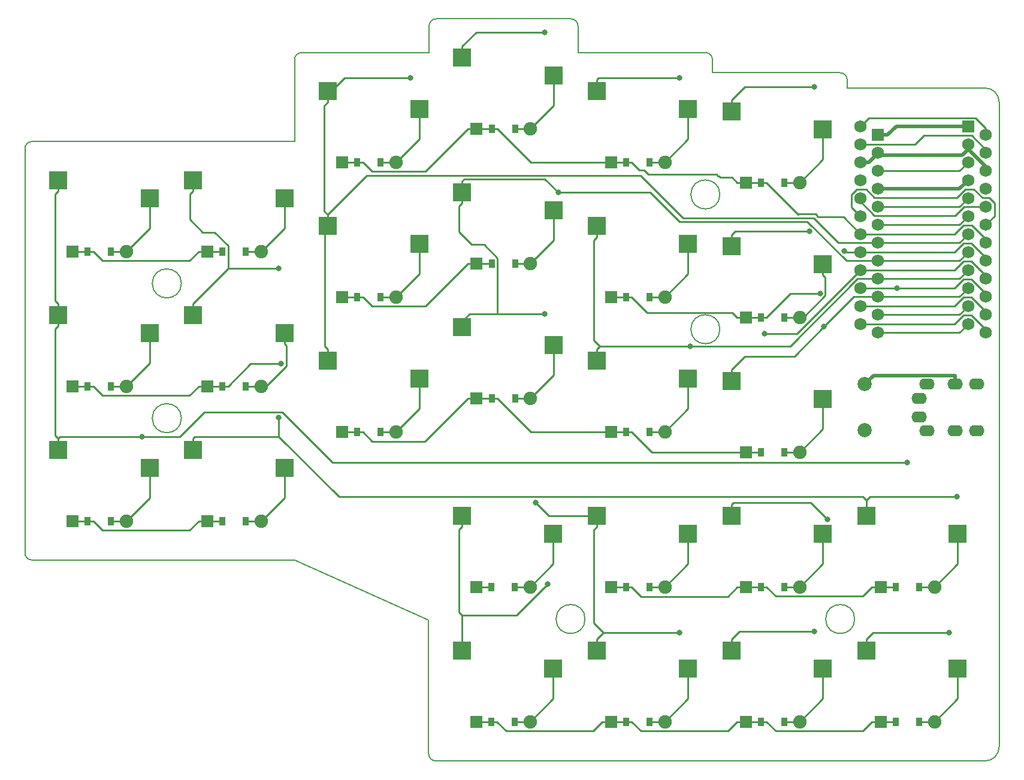
<source format=gbr>
G04 #@! TF.GenerationSoftware,KiCad,Pcbnew,5.1.5+dfsg1-2build2*
G04 #@! TF.CreationDate,2022-10-22T21:51:20+00:00*
G04 #@! TF.ProjectId,board,626f6172-642e-46b6-9963-61645f706362,v1.0.0*
G04 #@! TF.SameCoordinates,Original*
G04 #@! TF.FileFunction,Copper,L1,Top*
G04 #@! TF.FilePolarity,Positive*
%FSLAX46Y46*%
G04 Gerber Fmt 4.6, Leading zero omitted, Abs format (unit mm)*
G04 Created by KiCad (PCBNEW 5.1.5+dfsg1-2build2) date 2022-10-22 21:51:20*
%MOMM*%
%LPD*%
G04 APERTURE LIST*
G04 #@! TA.AperFunction,Profile*
%ADD10C,0.150000*%
G04 #@! TD*
G04 #@! TA.AperFunction,SMDPad,CuDef*
%ADD11R,2.550000X2.500000*%
G04 #@! TD*
G04 #@! TA.AperFunction,SMDPad,CuDef*
%ADD12R,0.900000X1.200000*%
G04 #@! TD*
G04 #@! TA.AperFunction,ComponentPad*
%ADD13C,1.905000*%
G04 #@! TD*
G04 #@! TA.AperFunction,ComponentPad*
%ADD14R,1.778000X1.778000*%
G04 #@! TD*
G04 #@! TA.AperFunction,ComponentPad*
%ADD15R,1.752600X1.752600*%
G04 #@! TD*
G04 #@! TA.AperFunction,ComponentPad*
%ADD16C,1.752600*%
G04 #@! TD*
G04 #@! TA.AperFunction,ComponentPad*
%ADD17O,2.200000X1.600000*%
G04 #@! TD*
G04 #@! TA.AperFunction,ComponentPad*
%ADD18C,2.000000*%
G04 #@! TD*
G04 #@! TA.AperFunction,ViaPad*
%ADD19C,0.800000*%
G04 #@! TD*
G04 #@! TA.AperFunction,Conductor*
%ADD20C,0.250000*%
G04 #@! TD*
G04 #@! TA.AperFunction,Conductor*
%ADD21C,0.500000*%
G04 #@! TD*
G04 APERTURE END LIST*
D10*
X9525000Y-10525000D02*
X46625000Y-10525000D01*
X8525000Y-9525000D02*
X8525000Y47625000D01*
X9525000Y-10525000D02*
G75*
G02X8525000Y-9525000I0J1000000D01*
G01*
X9525000Y48625000D02*
X46625000Y48625000D01*
X8525000Y47625000D02*
G75*
G02X9525000Y48625000I1000000J0D01*
G01*
X65625000Y61198000D02*
X47625000Y61198000D01*
X46625000Y60198000D02*
G75*
G02X47625000Y61198000I1000000J0D01*
G01*
X46625000Y60198000D02*
X46625000Y48625000D01*
X86675000Y61198000D02*
X86675000Y64960500D01*
X85675000Y65960500D02*
G75*
G02X86675000Y64960500I0J-1000000D01*
G01*
X85675000Y65960500D02*
X66625000Y65960500D01*
X65625000Y64960500D02*
G75*
G02X66625000Y65960500I1000000J0D01*
G01*
X65625000Y64960500D02*
X65625000Y61198000D01*
X105675000Y58340500D02*
X105675000Y60198000D01*
X104675000Y61198000D02*
G75*
G02X105675000Y60198000I0J-1000000D01*
G01*
X104675000Y61198000D02*
X86675000Y61198000D01*
X124725000Y56190500D02*
X124725000Y57340500D01*
X123725000Y58340500D02*
G75*
G02X124725000Y57340500I0J-1000000D01*
G01*
X123725000Y58340500D02*
X105675000Y58340500D01*
X65575000Y-37909500D02*
X65575000Y-18968378D01*
X66575000Y-38909500D02*
X144200000Y-38909500D01*
X66575000Y-38909500D02*
G75*
G02X65575000Y-37909500I0J1000000D01*
G01*
X65575000Y-18968378D02*
X46625000Y-10525000D01*
X146200000Y-36909500D02*
G75*
G02X144200000Y-38909500I-2000000J0D01*
G01*
X146200000Y-36909500D02*
X146200000Y54190500D01*
X144200000Y56190500D02*
G75*
G02X146200000Y54190500I0J-2000000D01*
G01*
X144200000Y56190500D02*
X124725000Y56190500D01*
X30625000Y28575000D02*
G75*
G03X30625000Y28575000I-2050000J0D01*
G01*
X30625000Y9525000D02*
G75*
G03X30625000Y9525000I-2050000J0D01*
G01*
X106725000Y41148000D02*
G75*
G03X106725000Y41148000I-2050000J0D01*
G01*
X106725000Y22098000D02*
G75*
G03X106725000Y22098000I-2050000J0D01*
G01*
X125775000Y-18859500D02*
G75*
G03X125775000Y-18859500I-2050000J0D01*
G01*
X87675000Y-18859500D02*
G75*
G03X87675000Y-18859500I-2050000J0D01*
G01*
D11*
G04 #@! TO.P,S1,1*
G04 #@! TO.N,left_bottom*
X26135000Y2540000D03*
G04 #@! TO.P,S1,2*
G04 #@! TO.N,P21*
X13208000Y5080000D03*
G04 #@! TD*
D12*
G04 #@! TO.P,D1,1*
G04 #@! TO.N,P6*
X17400000Y-5000000D03*
G04 #@! TO.P,D1,2*
G04 #@! TO.N,left_bottom*
X20700000Y-5000000D03*
D13*
G04 #@! TO.P,D1,1*
X22860000Y-5000000D03*
D14*
G04 #@! TO.P,D1,2*
G04 #@! TO.N,P6*
X15240000Y-5000000D03*
G04 #@! TD*
D11*
G04 #@! TO.P,S2,1*
G04 #@! TO.N,left_home*
X26135000Y21590000D03*
G04 #@! TO.P,S2,2*
G04 #@! TO.N,P21*
X13208000Y24130000D03*
G04 #@! TD*
D12*
G04 #@! TO.P,D2,1*
G04 #@! TO.N,P5*
X17400000Y14050000D03*
G04 #@! TO.P,D2,2*
G04 #@! TO.N,left_home*
X20700000Y14050000D03*
D13*
G04 #@! TO.P,D2,1*
X22860000Y14050000D03*
D14*
G04 #@! TO.P,D2,2*
G04 #@! TO.N,P5*
X15240000Y14050000D03*
G04 #@! TD*
D11*
G04 #@! TO.P,S3,1*
G04 #@! TO.N,left_top*
X26135000Y40640000D03*
G04 #@! TO.P,S3,2*
G04 #@! TO.N,P21*
X13208000Y43180000D03*
G04 #@! TD*
D12*
G04 #@! TO.P,D3,1*
G04 #@! TO.N,P4*
X17400000Y33100000D03*
G04 #@! TO.P,D3,2*
G04 #@! TO.N,left_top*
X20700000Y33100000D03*
D13*
G04 #@! TO.P,D3,1*
X22860000Y33100000D03*
D14*
G04 #@! TO.P,D3,2*
G04 #@! TO.N,P4*
X15240000Y33100000D03*
G04 #@! TD*
D11*
G04 #@! TO.P,S4,1*
G04 #@! TO.N,pinky_bottom*
X45185000Y2540000D03*
G04 #@! TO.P,S4,2*
G04 #@! TO.N,P20*
X32258000Y5080000D03*
G04 #@! TD*
D12*
G04 #@! TO.P,D4,1*
G04 #@! TO.N,P6*
X36450000Y-5000000D03*
G04 #@! TO.P,D4,2*
G04 #@! TO.N,pinky_bottom*
X39750000Y-5000000D03*
D13*
G04 #@! TO.P,D4,1*
X41910000Y-5000000D03*
D14*
G04 #@! TO.P,D4,2*
G04 #@! TO.N,P6*
X34290000Y-5000000D03*
G04 #@! TD*
D11*
G04 #@! TO.P,S5,1*
G04 #@! TO.N,pinky_home*
X45185000Y21590000D03*
G04 #@! TO.P,S5,2*
G04 #@! TO.N,P20*
X32258000Y24130000D03*
G04 #@! TD*
D12*
G04 #@! TO.P,D5,1*
G04 #@! TO.N,P5*
X36450000Y14050000D03*
G04 #@! TO.P,D5,2*
G04 #@! TO.N,pinky_home*
X39750000Y14050000D03*
D13*
G04 #@! TO.P,D5,1*
X41910000Y14050000D03*
D14*
G04 #@! TO.P,D5,2*
G04 #@! TO.N,P5*
X34290000Y14050000D03*
G04 #@! TD*
D11*
G04 #@! TO.P,S6,1*
G04 #@! TO.N,pinky_top*
X45185000Y40640000D03*
G04 #@! TO.P,S6,2*
G04 #@! TO.N,P20*
X32258000Y43180000D03*
G04 #@! TD*
D12*
G04 #@! TO.P,D6,1*
G04 #@! TO.N,P4*
X36450000Y33100000D03*
G04 #@! TO.P,D6,2*
G04 #@! TO.N,pinky_top*
X39750000Y33100000D03*
D13*
G04 #@! TO.P,D6,1*
X41910000Y33100000D03*
D14*
G04 #@! TO.P,D6,2*
G04 #@! TO.N,P4*
X34290000Y33100000D03*
G04 #@! TD*
D11*
G04 #@! TO.P,S7,1*
G04 #@! TO.N,ring_bottom*
X64235000Y15113000D03*
G04 #@! TO.P,S7,2*
G04 #@! TO.N,P19*
X51308000Y17653000D03*
G04 #@! TD*
D12*
G04 #@! TO.P,D7,1*
G04 #@! TO.N,P6*
X55500000Y7573000D03*
G04 #@! TO.P,D7,2*
G04 #@! TO.N,ring_bottom*
X58800000Y7573000D03*
D13*
G04 #@! TO.P,D7,1*
X60960000Y7573000D03*
D14*
G04 #@! TO.P,D7,2*
G04 #@! TO.N,P6*
X53340000Y7573000D03*
G04 #@! TD*
D11*
G04 #@! TO.P,S8,1*
G04 #@! TO.N,ring_home*
X64235000Y34163000D03*
G04 #@! TO.P,S8,2*
G04 #@! TO.N,P19*
X51308000Y36703000D03*
G04 #@! TD*
D12*
G04 #@! TO.P,D8,1*
G04 #@! TO.N,P5*
X55500000Y26623000D03*
G04 #@! TO.P,D8,2*
G04 #@! TO.N,ring_home*
X58800000Y26623000D03*
D13*
G04 #@! TO.P,D8,1*
X60960000Y26623000D03*
D14*
G04 #@! TO.P,D8,2*
G04 #@! TO.N,P5*
X53340000Y26623000D03*
G04 #@! TD*
D11*
G04 #@! TO.P,S9,1*
G04 #@! TO.N,ring_top*
X64235000Y53213000D03*
G04 #@! TO.P,S9,2*
G04 #@! TO.N,P19*
X51308000Y55753000D03*
G04 #@! TD*
D12*
G04 #@! TO.P,D9,1*
G04 #@! TO.N,P4*
X55500000Y45673000D03*
G04 #@! TO.P,D9,2*
G04 #@! TO.N,ring_top*
X58800000Y45673000D03*
D13*
G04 #@! TO.P,D9,1*
X60960000Y45673000D03*
D14*
G04 #@! TO.P,D9,2*
G04 #@! TO.N,P4*
X53340000Y45673000D03*
G04 #@! TD*
D11*
G04 #@! TO.P,S10,1*
G04 #@! TO.N,middle_bottom*
X83235000Y19875500D03*
G04 #@! TO.P,S10,2*
G04 #@! TO.N,P18*
X70308000Y22415500D03*
G04 #@! TD*
D12*
G04 #@! TO.P,D10,1*
G04 #@! TO.N,P6*
X74500000Y12335500D03*
G04 #@! TO.P,D10,2*
G04 #@! TO.N,middle_bottom*
X77800000Y12335500D03*
D13*
G04 #@! TO.P,D10,1*
X79960000Y12335500D03*
D14*
G04 #@! TO.P,D10,2*
G04 #@! TO.N,P6*
X72340000Y12335500D03*
G04 #@! TD*
D11*
G04 #@! TO.P,S11,1*
G04 #@! TO.N,middle_home*
X83235000Y38925500D03*
G04 #@! TO.P,S11,2*
G04 #@! TO.N,P18*
X70308000Y41465500D03*
G04 #@! TD*
D12*
G04 #@! TO.P,D11,1*
G04 #@! TO.N,P5*
X74500000Y31385500D03*
G04 #@! TO.P,D11,2*
G04 #@! TO.N,middle_home*
X77800000Y31385500D03*
D13*
G04 #@! TO.P,D11,1*
X79960000Y31385500D03*
D14*
G04 #@! TO.P,D11,2*
G04 #@! TO.N,P5*
X72340000Y31385500D03*
G04 #@! TD*
D11*
G04 #@! TO.P,S12,1*
G04 #@! TO.N,middle_top*
X83235000Y57975500D03*
G04 #@! TO.P,S12,2*
G04 #@! TO.N,P18*
X70308000Y60515500D03*
G04 #@! TD*
D12*
G04 #@! TO.P,D12,1*
G04 #@! TO.N,P4*
X74500000Y50435500D03*
G04 #@! TO.P,D12,2*
G04 #@! TO.N,middle_top*
X77800000Y50435500D03*
D13*
G04 #@! TO.P,D12,1*
X79960000Y50435500D03*
D14*
G04 #@! TO.P,D12,2*
G04 #@! TO.N,P4*
X72340000Y50435500D03*
G04 #@! TD*
D11*
G04 #@! TO.P,S13,1*
G04 #@! TO.N,index_bottom*
X102235000Y15113000D03*
G04 #@! TO.P,S13,2*
G04 #@! TO.N,P15*
X89308000Y17653000D03*
G04 #@! TD*
D12*
G04 #@! TO.P,D13,1*
G04 #@! TO.N,P6*
X93500000Y7573000D03*
G04 #@! TO.P,D13,2*
G04 #@! TO.N,index_bottom*
X96800000Y7573000D03*
D13*
G04 #@! TO.P,D13,1*
X98960000Y7573000D03*
D14*
G04 #@! TO.P,D13,2*
G04 #@! TO.N,P6*
X91340000Y7573000D03*
G04 #@! TD*
D11*
G04 #@! TO.P,S14,1*
G04 #@! TO.N,index_home*
X102235000Y34163000D03*
G04 #@! TO.P,S14,2*
G04 #@! TO.N,P15*
X89308000Y36703000D03*
G04 #@! TD*
D12*
G04 #@! TO.P,D14,1*
G04 #@! TO.N,P5*
X93500000Y26623000D03*
G04 #@! TO.P,D14,2*
G04 #@! TO.N,index_home*
X96800000Y26623000D03*
D13*
G04 #@! TO.P,D14,1*
X98960000Y26623000D03*
D14*
G04 #@! TO.P,D14,2*
G04 #@! TO.N,P5*
X91340000Y26623000D03*
G04 #@! TD*
D11*
G04 #@! TO.P,S15,1*
G04 #@! TO.N,index_top*
X102235000Y53213000D03*
G04 #@! TO.P,S15,2*
G04 #@! TO.N,P15*
X89308000Y55753000D03*
G04 #@! TD*
D12*
G04 #@! TO.P,D15,1*
G04 #@! TO.N,P4*
X93500000Y45673000D03*
G04 #@! TO.P,D15,2*
G04 #@! TO.N,index_top*
X96800000Y45673000D03*
D13*
G04 #@! TO.P,D15,1*
X98960000Y45673000D03*
D14*
G04 #@! TO.P,D15,2*
G04 #@! TO.N,P4*
X91340000Y45673000D03*
G04 #@! TD*
D11*
G04 #@! TO.P,S16,1*
G04 #@! TO.N,inner_bottom*
X121285000Y12255500D03*
G04 #@! TO.P,S16,2*
G04 #@! TO.N,P14*
X108358000Y14795500D03*
G04 #@! TD*
D12*
G04 #@! TO.P,D16,1*
G04 #@! TO.N,P6*
X112550000Y4715500D03*
G04 #@! TO.P,D16,2*
G04 #@! TO.N,inner_bottom*
X115850000Y4715500D03*
D13*
G04 #@! TO.P,D16,1*
X118010000Y4715500D03*
D14*
G04 #@! TO.P,D16,2*
G04 #@! TO.N,P6*
X110390000Y4715500D03*
G04 #@! TD*
D11*
G04 #@! TO.P,S17,1*
G04 #@! TO.N,inner_home*
X121285000Y31305500D03*
G04 #@! TO.P,S17,2*
G04 #@! TO.N,P14*
X108358000Y33845500D03*
G04 #@! TD*
D12*
G04 #@! TO.P,D17,1*
G04 #@! TO.N,P5*
X112550000Y23765500D03*
G04 #@! TO.P,D17,2*
G04 #@! TO.N,inner_home*
X115850000Y23765500D03*
D13*
G04 #@! TO.P,D17,1*
X118010000Y23765500D03*
D14*
G04 #@! TO.P,D17,2*
G04 #@! TO.N,P5*
X110390000Y23765500D03*
G04 #@! TD*
D11*
G04 #@! TO.P,S18,1*
G04 #@! TO.N,inner_top*
X121285000Y50355500D03*
G04 #@! TO.P,S18,2*
G04 #@! TO.N,P14*
X108358000Y52895500D03*
G04 #@! TD*
D12*
G04 #@! TO.P,D18,1*
G04 #@! TO.N,P4*
X112550000Y42815500D03*
G04 #@! TO.P,D18,2*
G04 #@! TO.N,inner_top*
X115850000Y42815500D03*
D13*
G04 #@! TO.P,D18,1*
X118010000Y42815500D03*
D14*
G04 #@! TO.P,D18,2*
G04 #@! TO.N,P4*
X110390000Y42815500D03*
G04 #@! TD*
D11*
G04 #@! TO.P,S19,1*
G04 #@! TO.N,one_a_thumb*
X83185000Y-6794500D03*
G04 #@! TO.P,S19,2*
G04 #@! TO.N,P18*
X70258000Y-4254500D03*
G04 #@! TD*
D12*
G04 #@! TO.P,D19,1*
G04 #@! TO.N,P7*
X74450000Y-14334500D03*
G04 #@! TO.P,D19,2*
G04 #@! TO.N,one_a_thumb*
X77750000Y-14334500D03*
D13*
G04 #@! TO.P,D19,1*
X79910000Y-14334500D03*
D14*
G04 #@! TO.P,D19,2*
G04 #@! TO.N,P7*
X72290000Y-14334500D03*
G04 #@! TD*
D11*
G04 #@! TO.P,S20,1*
G04 #@! TO.N,one_b_thumb*
X83185000Y-25844500D03*
G04 #@! TO.P,S20,2*
G04 #@! TO.N,P18*
X70258000Y-23304500D03*
G04 #@! TD*
D12*
G04 #@! TO.P,D20,1*
G04 #@! TO.N,P7*
X74450000Y-33384500D03*
G04 #@! TO.P,D20,2*
G04 #@! TO.N,one_b_thumb*
X77750000Y-33384500D03*
D13*
G04 #@! TO.P,D20,1*
X79910000Y-33384500D03*
D14*
G04 #@! TO.P,D20,2*
G04 #@! TO.N,P7*
X72290000Y-33384500D03*
G04 #@! TD*
D11*
G04 #@! TO.P,S21,1*
G04 #@! TO.N,two_a_thumb*
X102235000Y-6794500D03*
G04 #@! TO.P,S21,2*
G04 #@! TO.N,P19*
X89308000Y-4254500D03*
G04 #@! TD*
D12*
G04 #@! TO.P,D21,1*
G04 #@! TO.N,P7*
X93500000Y-14334500D03*
G04 #@! TO.P,D21,2*
G04 #@! TO.N,two_a_thumb*
X96800000Y-14334500D03*
D13*
G04 #@! TO.P,D21,1*
X98960000Y-14334500D03*
D14*
G04 #@! TO.P,D21,2*
G04 #@! TO.N,P7*
X91340000Y-14334500D03*
G04 #@! TD*
D11*
G04 #@! TO.P,S22,1*
G04 #@! TO.N,two_b_thumb*
X102235000Y-25844500D03*
G04 #@! TO.P,S22,2*
G04 #@! TO.N,P19*
X89308000Y-23304500D03*
G04 #@! TD*
D12*
G04 #@! TO.P,D22,1*
G04 #@! TO.N,P7*
X93500000Y-33384500D03*
G04 #@! TO.P,D22,2*
G04 #@! TO.N,two_b_thumb*
X96800000Y-33384500D03*
D13*
G04 #@! TO.P,D22,1*
X98960000Y-33384500D03*
D14*
G04 #@! TO.P,D22,2*
G04 #@! TO.N,P7*
X91340000Y-33384500D03*
G04 #@! TD*
D11*
G04 #@! TO.P,S23,1*
G04 #@! TO.N,three_a_thumb*
X121285000Y-6794500D03*
G04 #@! TO.P,S23,2*
G04 #@! TO.N,P15*
X108358000Y-4254500D03*
G04 #@! TD*
D12*
G04 #@! TO.P,D23,1*
G04 #@! TO.N,P7*
X112550000Y-14334500D03*
G04 #@! TO.P,D23,2*
G04 #@! TO.N,three_a_thumb*
X115850000Y-14334500D03*
D13*
G04 #@! TO.P,D23,1*
X118010000Y-14334500D03*
D14*
G04 #@! TO.P,D23,2*
G04 #@! TO.N,P7*
X110390000Y-14334500D03*
G04 #@! TD*
D11*
G04 #@! TO.P,S24,1*
G04 #@! TO.N,three_b_thumb*
X121285000Y-25844500D03*
G04 #@! TO.P,S24,2*
G04 #@! TO.N,P14*
X108358000Y-23304500D03*
G04 #@! TD*
D12*
G04 #@! TO.P,D24,1*
G04 #@! TO.N,P7*
X112550000Y-33384500D03*
G04 #@! TO.P,D24,2*
G04 #@! TO.N,three_b_thumb*
X115850000Y-33384500D03*
D13*
G04 #@! TO.P,D24,1*
X118010000Y-33384500D03*
D14*
G04 #@! TO.P,D24,2*
G04 #@! TO.N,P7*
X110390000Y-33384500D03*
G04 #@! TD*
D11*
G04 #@! TO.P,S25,1*
G04 #@! TO.N,four_a_thumb*
X140335000Y-6794500D03*
G04 #@! TO.P,S25,2*
G04 #@! TO.N,P20*
X127408000Y-4254500D03*
G04 #@! TD*
D12*
G04 #@! TO.P,D25,1*
G04 #@! TO.N,P7*
X131600000Y-14334500D03*
G04 #@! TO.P,D25,2*
G04 #@! TO.N,four_a_thumb*
X134900000Y-14334500D03*
D13*
G04 #@! TO.P,D25,1*
X137060000Y-14334500D03*
D14*
G04 #@! TO.P,D25,2*
G04 #@! TO.N,P7*
X129440000Y-14334500D03*
G04 #@! TD*
D11*
G04 #@! TO.P,S26,1*
G04 #@! TO.N,four_b_thumb*
X140335000Y-25844500D03*
G04 #@! TO.P,S26,2*
G04 #@! TO.N,P21*
X127408000Y-23304500D03*
G04 #@! TD*
D12*
G04 #@! TO.P,D26,1*
G04 #@! TO.N,P7*
X131600000Y-33384500D03*
G04 #@! TO.P,D26,2*
G04 #@! TO.N,four_b_thumb*
X134900000Y-33384500D03*
D13*
G04 #@! TO.P,D26,1*
X137060000Y-33384500D03*
D14*
G04 #@! TO.P,D26,2*
G04 #@! TO.N,P7*
X129440000Y-33384500D03*
G04 #@! TD*
D15*
G04 #@! TO.P,MCU1,1*
G04 #@! TO.N,RAW*
X141820000Y50785500D03*
D16*
G04 #@! TO.P,MCU1,2*
G04 #@! TO.N,GND*
X141820000Y48245500D03*
G04 #@! TO.P,MCU1,3*
G04 #@! TO.N,RST*
X141820000Y45705500D03*
G04 #@! TO.P,MCU1,4*
G04 #@! TO.N,VCC*
X141820000Y43165500D03*
G04 #@! TO.P,MCU1,5*
G04 #@! TO.N,P21*
X141820000Y40625500D03*
G04 #@! TO.P,MCU1,6*
G04 #@! TO.N,P20*
X141820000Y38085500D03*
G04 #@! TO.P,MCU1,7*
G04 #@! TO.N,P19*
X141820000Y35545500D03*
G04 #@! TO.P,MCU1,8*
G04 #@! TO.N,P18*
X141820000Y33005500D03*
G04 #@! TO.P,MCU1,9*
G04 #@! TO.N,P15*
X141820000Y30465500D03*
G04 #@! TO.P,MCU1,10*
G04 #@! TO.N,P14*
X141820000Y27925500D03*
G04 #@! TO.P,MCU1,11*
G04 #@! TO.N,P16*
X141820000Y25385500D03*
G04 #@! TO.P,MCU1,12*
G04 #@! TO.N,P10*
X141820000Y22845500D03*
G04 #@! TO.P,MCU1,13*
G04 #@! TO.N,P1*
X126580000Y50785500D03*
G04 #@! TO.P,MCU1,14*
G04 #@! TO.N,P0*
X126580000Y48245500D03*
G04 #@! TO.P,MCU1,15*
G04 #@! TO.N,GND*
X126580000Y45705500D03*
G04 #@! TO.P,MCU1,16*
X126580000Y43165500D03*
G04 #@! TO.P,MCU1,17*
G04 #@! TO.N,P2*
X126580000Y40625500D03*
G04 #@! TO.P,MCU1,18*
G04 #@! TO.N,P3*
X126580000Y38085500D03*
G04 #@! TO.P,MCU1,19*
G04 #@! TO.N,P4*
X126580000Y35545500D03*
G04 #@! TO.P,MCU1,20*
G04 #@! TO.N,P5*
X126580000Y33005500D03*
G04 #@! TO.P,MCU1,21*
G04 #@! TO.N,P6*
X126580000Y30465500D03*
G04 #@! TO.P,MCU1,22*
G04 #@! TO.N,P7*
X126580000Y27925500D03*
G04 #@! TO.P,MCU1,23*
G04 #@! TO.N,P8*
X126580000Y25385500D03*
G04 #@! TO.P,MCU1,24*
G04 #@! TO.N,P9*
X126580000Y22845500D03*
G04 #@! TD*
D15*
G04 #@! TO.P,MCU2,1*
G04 #@! TO.N,RAW*
X129080000Y49535500D03*
D16*
G04 #@! TO.P,MCU2,2*
G04 #@! TO.N,GND*
X129080000Y46995500D03*
G04 #@! TO.P,MCU2,3*
G04 #@! TO.N,RST*
X129080000Y44455500D03*
G04 #@! TO.P,MCU2,4*
G04 #@! TO.N,VCC*
X129080000Y41915500D03*
G04 #@! TO.P,MCU2,5*
G04 #@! TO.N,P21*
X129080000Y39375500D03*
G04 #@! TO.P,MCU2,6*
G04 #@! TO.N,P20*
X129080000Y36835500D03*
G04 #@! TO.P,MCU2,7*
G04 #@! TO.N,P19*
X129080000Y34295500D03*
G04 #@! TO.P,MCU2,8*
G04 #@! TO.N,P18*
X129080000Y31755500D03*
G04 #@! TO.P,MCU2,9*
G04 #@! TO.N,P15*
X129080000Y29215500D03*
G04 #@! TO.P,MCU2,10*
G04 #@! TO.N,P14*
X129080000Y26675500D03*
G04 #@! TO.P,MCU2,11*
G04 #@! TO.N,P16*
X129080000Y24135500D03*
G04 #@! TO.P,MCU2,12*
G04 #@! TO.N,P10*
X129080000Y21595500D03*
G04 #@! TO.P,MCU2,13*
G04 #@! TO.N,P1*
X144320000Y49535500D03*
G04 #@! TO.P,MCU2,14*
G04 #@! TO.N,P0*
X144320000Y46995500D03*
G04 #@! TO.P,MCU2,15*
G04 #@! TO.N,GND*
X144320000Y44455500D03*
G04 #@! TO.P,MCU2,16*
X144320000Y41915500D03*
G04 #@! TO.P,MCU2,17*
G04 #@! TO.N,P2*
X144320000Y39375500D03*
G04 #@! TO.P,MCU2,18*
G04 #@! TO.N,P3*
X144320000Y36835500D03*
G04 #@! TO.P,MCU2,19*
G04 #@! TO.N,P4*
X144320000Y34295500D03*
G04 #@! TO.P,MCU2,20*
G04 #@! TO.N,P5*
X144320000Y31755500D03*
G04 #@! TO.P,MCU2,21*
G04 #@! TO.N,P6*
X144320000Y29215500D03*
G04 #@! TO.P,MCU2,22*
G04 #@! TO.N,P7*
X144320000Y26675500D03*
G04 #@! TO.P,MCU2,23*
G04 #@! TO.N,P8*
X144320000Y24135500D03*
G04 #@! TO.P,MCU2,24*
G04 #@! TO.N,P9*
X144320000Y21595500D03*
G04 #@! TD*
D17*
G04 #@! TO.P,TRRS1,1*
G04 #@! TO.N,N/C*
X134900000Y12315500D03*
G04 #@! TO.P,TRRS1,2*
G04 #@! TO.N,VCC*
X136000000Y7715500D03*
G04 #@! TO.P,TRRS1,3*
G04 #@! TO.N,GND*
X140000000Y7715500D03*
G04 #@! TO.P,TRRS1,4*
G04 #@! TO.N,P0*
X143000000Y7715500D03*
G04 #@! TD*
G04 #@! TO.P,TRRS2,1*
G04 #@! TO.N,N/C*
X134900000Y9715500D03*
G04 #@! TO.P,TRRS2,2*
G04 #@! TO.N,VCC*
X136000000Y14315500D03*
G04 #@! TO.P,TRRS2,3*
G04 #@! TO.N,GND*
X140000000Y14315500D03*
G04 #@! TO.P,TRRS2,4*
G04 #@! TO.N,P0*
X143000000Y14315500D03*
G04 #@! TD*
D18*
G04 #@! TO.P,B1,2*
G04 #@! TO.N,GND*
X127200000Y14315500D03*
G04 #@! TO.P,B1,1*
G04 #@! TO.N,RST*
X127200000Y7815500D03*
G04 #@! TD*
D19*
G04 #@! TO.N,P21*
X133186700Y3263200D03*
X25104000Y6938700D03*
X139092000Y-20803200D03*
G04 #@! TO.N,P6*
X113032600Y21490600D03*
G04 #@! TO.N,P5*
X44733400Y17217500D03*
X120871100Y27155800D03*
X124314600Y33118200D03*
G04 #@! TO.N,P20*
X44412500Y30672700D03*
X44412500Y9634300D03*
X140221700Y-1549500D03*
G04 #@! TO.N,P19*
X80657100Y-2379700D03*
X62992000Y57640500D03*
X100992000Y-20803200D03*
G04 #@! TO.N,P18*
X83875000Y41443800D03*
X81992000Y24293500D03*
X81992000Y64060000D03*
X82366100Y-13938500D03*
G04 #@! TO.N,P15*
X102577700Y19690700D03*
X100992000Y57640500D03*
X121946000Y-4765200D03*
G04 #@! TO.N,P14*
X121460400Y22458200D03*
X119407200Y35939800D03*
X120042000Y56332300D03*
X120042000Y-20636200D03*
G04 #@! TO.N,P7*
X131765900Y27925500D03*
G04 #@! TD*
D20*
G04 #@! TO.N,left_bottom*
X22860000Y-5000000D02*
X26135000Y-1725000D01*
X26135000Y-1725000D02*
X26135000Y2540000D01*
X22860000Y-5000000D02*
X20700000Y-5000000D01*
G04 #@! TO.N,P21*
X133186700Y3263200D02*
X51991000Y3263200D01*
X51991000Y3263200D02*
X44889200Y10365000D01*
X44889200Y10365000D02*
X33852100Y10365000D01*
X33852100Y10365000D02*
X30425800Y6938700D01*
X30425800Y6938700D02*
X25104000Y6938700D01*
X25104000Y6938700D02*
X13491400Y6938700D01*
X13491400Y6938700D02*
X13208000Y6655300D01*
X13208000Y22554700D02*
X12755900Y22102600D01*
X12755900Y22102600D02*
X12755900Y7107400D01*
X12755900Y7107400D02*
X13208000Y6655300D01*
X13208000Y5080000D02*
X13208000Y6655300D01*
X13208000Y24130000D02*
X13208000Y22554700D01*
X13208000Y24917700D02*
X13208000Y24130000D01*
X13208000Y24917700D02*
X13208000Y25705300D01*
X13208000Y43180000D02*
X13208000Y41604700D01*
X13208000Y41604700D02*
X12755900Y41152600D01*
X12755900Y41152600D02*
X12755900Y26157400D01*
X12755900Y26157400D02*
X13208000Y25705300D01*
X127408000Y-21729200D02*
X128334000Y-20803200D01*
X128334000Y-20803200D02*
X139092000Y-20803200D01*
X127408000Y-23304500D02*
X127408000Y-21729200D01*
X129080000Y39375500D02*
X140570000Y39375500D01*
X140570000Y39375500D02*
X141820000Y40625500D01*
G04 #@! TO.N,P6*
X72340000Y12335500D02*
X71125700Y12335500D01*
X71125700Y12335500D02*
X65017500Y6227300D01*
X65017500Y6227300D02*
X57621000Y6227300D01*
X57621000Y6227300D02*
X56275300Y7573000D01*
X74500000Y12335500D02*
X72340000Y12335500D01*
X55500000Y7573000D02*
X56275300Y7573000D01*
X126580000Y30465500D02*
X117605100Y21490600D01*
X117605100Y21490600D02*
X113032600Y21490600D01*
X144320000Y29215500D02*
X144320000Y29696500D01*
X144320000Y29696500D02*
X142281000Y31735500D01*
X142281000Y31735500D02*
X141186900Y31735500D01*
X141186900Y31735500D02*
X139916900Y30465500D01*
X139916900Y30465500D02*
X126580000Y30465500D01*
X15240000Y-5000000D02*
X17400000Y-5000000D01*
X17400000Y-5000000D02*
X18175300Y-5000000D01*
X34290000Y-5000000D02*
X33075700Y-5000000D01*
X33075700Y-5000000D02*
X31755600Y-6320100D01*
X31755600Y-6320100D02*
X19495400Y-6320100D01*
X19495400Y-6320100D02*
X18175300Y-5000000D01*
X36450000Y-5000000D02*
X34290000Y-5000000D01*
X53340000Y7573000D02*
X55500000Y7573000D01*
X74500000Y12335500D02*
X75275300Y12335500D01*
X91340000Y7573000D02*
X80037800Y7573000D01*
X80037800Y7573000D02*
X75275300Y12335500D01*
X93500000Y7573000D02*
X91340000Y7573000D01*
X93500000Y7573000D02*
X94275300Y7573000D01*
X110390000Y4715500D02*
X97132800Y4715500D01*
X97132800Y4715500D02*
X94275300Y7573000D01*
X112550000Y4715500D02*
X110390000Y4715500D01*
G04 #@! TO.N,left_home*
X22860000Y14050000D02*
X26135000Y17325000D01*
X26135000Y17325000D02*
X26135000Y21590000D01*
X22860000Y14050000D02*
X20700000Y14050000D01*
G04 #@! TO.N,P5*
X36450000Y14050000D02*
X37225300Y14050000D01*
X44733400Y17217500D02*
X40392800Y17217500D01*
X40392800Y17217500D02*
X37225300Y14050000D01*
X55500000Y26623000D02*
X56275300Y26623000D01*
X72340000Y31385500D02*
X71125700Y31385500D01*
X71125700Y31385500D02*
X65084000Y25343800D01*
X65084000Y25343800D02*
X57554500Y25343800D01*
X57554500Y25343800D02*
X56275300Y26623000D01*
X74500000Y31385500D02*
X72340000Y31385500D01*
X126580000Y33005500D02*
X124427300Y33005500D01*
X124427300Y33005500D02*
X124314600Y33118200D01*
X112550000Y23765500D02*
X113325300Y23765500D01*
X120871100Y27155800D02*
X116715600Y27155800D01*
X116715600Y27155800D02*
X113325300Y23765500D01*
X144320000Y31755500D02*
X144320000Y32236500D01*
X144320000Y32236500D02*
X142281000Y34275500D01*
X142281000Y34275500D02*
X141186900Y34275500D01*
X141186900Y34275500D02*
X139916900Y33005500D01*
X139916900Y33005500D02*
X126580000Y33005500D01*
X110390000Y23765500D02*
X112550000Y23765500D01*
X15240000Y14050000D02*
X17400000Y14050000D01*
X17400000Y14050000D02*
X18175300Y14050000D01*
X34290000Y14050000D02*
X33075700Y14050000D01*
X33075700Y14050000D02*
X31756900Y12731200D01*
X31756900Y12731200D02*
X19494100Y12731200D01*
X19494100Y12731200D02*
X18175300Y14050000D01*
X36450000Y14050000D02*
X34290000Y14050000D01*
X53340000Y26623000D02*
X55500000Y26623000D01*
X93500000Y26623000D02*
X91340000Y26623000D01*
X110390000Y23765500D02*
X109175700Y23765500D01*
X109175700Y23765500D02*
X108484700Y24456500D01*
X108484700Y24456500D02*
X96441800Y24456500D01*
X96441800Y24456500D02*
X94275300Y26623000D01*
X93500000Y26623000D02*
X94275300Y26623000D01*
G04 #@! TO.N,left_top*
X22860000Y33100000D02*
X26135000Y36375000D01*
X26135000Y36375000D02*
X26135000Y40640000D01*
X22860000Y33100000D02*
X20700000Y33100000D01*
G04 #@! TO.N,P4*
X109175700Y42815500D02*
X108467200Y43524000D01*
X108467200Y43524000D02*
X106785700Y43524000D01*
X106785700Y43524000D02*
X106582200Y43727500D01*
X106582200Y43727500D02*
X106474100Y43727500D01*
X106474100Y43727500D02*
X106227300Y43974300D01*
X106227300Y43974300D02*
X96610900Y43974300D01*
X96610900Y43974300D02*
X96009600Y44575600D01*
X96009600Y44575600D02*
X95372700Y44575600D01*
X95372700Y44575600D02*
X94275300Y45673000D01*
X126580000Y35545500D02*
X124187700Y37937800D01*
X124187700Y37937800D02*
X120517600Y37937800D01*
X120517600Y37937800D02*
X120517600Y38124400D01*
X120517600Y38124400D02*
X120253900Y38388100D01*
X120253900Y38388100D02*
X117829700Y38388100D01*
X117829700Y38388100D02*
X117791200Y38349600D01*
X117791200Y38349600D02*
X113325300Y42815500D01*
X55500000Y45673000D02*
X56275300Y45673000D01*
X72340000Y50435500D02*
X71125700Y50435500D01*
X71125700Y50435500D02*
X65084000Y44393800D01*
X65084000Y44393800D02*
X57554500Y44393800D01*
X57554500Y44393800D02*
X56275300Y45673000D01*
X74500000Y50435500D02*
X72340000Y50435500D01*
X126580000Y35545500D02*
X139916900Y35545500D01*
X139916900Y35545500D02*
X141150600Y36779200D01*
X141150600Y36779200D02*
X142364600Y36779200D01*
X142364600Y36779200D02*
X144320000Y34823800D01*
X144320000Y34823800D02*
X144320000Y34295500D01*
X15240000Y33100000D02*
X17400000Y33100000D01*
X17400000Y33100000D02*
X18175300Y33100000D01*
X34290000Y33100000D02*
X33075700Y33100000D01*
X33075700Y33100000D02*
X31756900Y31781200D01*
X31756900Y31781200D02*
X19494100Y31781200D01*
X19494100Y31781200D02*
X18175300Y33100000D01*
X36450000Y33100000D02*
X34290000Y33100000D01*
X53340000Y45673000D02*
X55500000Y45673000D01*
X74500000Y50435500D02*
X75275300Y50435500D01*
X91340000Y45673000D02*
X80037800Y45673000D01*
X80037800Y45673000D02*
X75275300Y50435500D01*
X93500000Y45673000D02*
X91340000Y45673000D01*
X110390000Y42815500D02*
X109175700Y42815500D01*
X110390000Y42815500D02*
X112550000Y42815500D01*
X93500000Y45673000D02*
X94275300Y45673000D01*
X112550000Y42815500D02*
X113325300Y42815500D01*
G04 #@! TO.N,pinky_bottom*
X41910000Y-5000000D02*
X45185000Y-1725000D01*
X45185000Y-1725000D02*
X45185000Y2540000D01*
X41910000Y-5000000D02*
X39750000Y-5000000D01*
G04 #@! TO.N,P20*
X37225400Y30672700D02*
X44412500Y30672700D01*
X37225400Y30672700D02*
X32258000Y25705300D01*
X32258000Y41604700D02*
X31828200Y41174900D01*
X31828200Y41174900D02*
X31828200Y37603100D01*
X31828200Y37603100D02*
X33650600Y35780700D01*
X33650600Y35780700D02*
X35323800Y35780700D01*
X35323800Y35780700D02*
X37225400Y33879100D01*
X37225400Y33879100D02*
X37225400Y30672700D01*
X44412500Y6945600D02*
X32548300Y6945600D01*
X32548300Y6945600D02*
X32258000Y6655300D01*
X127408000Y-2101900D02*
X126905700Y-1599600D01*
X126905700Y-1599600D02*
X52957700Y-1599600D01*
X52957700Y-1599600D02*
X44412500Y6945600D01*
X44412500Y6945600D02*
X44412500Y9634300D01*
X32258000Y24130000D02*
X32258000Y25705300D01*
X32258000Y43180000D02*
X32258000Y41604700D01*
X140221700Y-1549500D02*
X127960400Y-1549500D01*
X127960400Y-1549500D02*
X127408000Y-2101900D01*
X127408000Y-2679200D02*
X127408000Y-2101900D01*
X32258000Y5080000D02*
X32258000Y6655300D01*
X127408000Y-4254500D02*
X127408000Y-2679200D01*
X129080000Y36835500D02*
X140570000Y36835500D01*
X140570000Y36835500D02*
X141820000Y38085500D01*
G04 #@! TO.N,pinky_home*
X45185000Y21590000D02*
X45185000Y20014700D01*
X41910000Y14050000D02*
X42591700Y14050000D01*
X42591700Y14050000D02*
X45458700Y16917000D01*
X45458700Y16917000D02*
X45458700Y19741000D01*
X45458700Y19741000D02*
X45185000Y20014700D01*
X39750000Y14050000D02*
X41910000Y14050000D01*
G04 #@! TO.N,pinky_top*
X41910000Y33100000D02*
X45185000Y36375000D01*
X45185000Y36375000D02*
X45185000Y40640000D01*
X39750000Y33100000D02*
X41910000Y33100000D01*
G04 #@! TO.N,ring_bottom*
X64235000Y15113000D02*
X64235000Y10848000D01*
X64235000Y10848000D02*
X60960000Y7573000D01*
X60960000Y7573000D02*
X58800000Y7573000D01*
G04 #@! TO.N,P19*
X129080000Y34295500D02*
X123484600Y34295500D01*
X123484600Y34295500D02*
X120001300Y37778800D01*
X120001300Y37778800D02*
X101532600Y37778800D01*
X101532600Y37778800D02*
X95486800Y43824600D01*
X95486800Y43824600D02*
X56854300Y43824600D01*
X56854300Y43824600D02*
X51308000Y38278300D01*
X141820000Y35545500D02*
X140570000Y34295500D01*
X140570000Y34295500D02*
X129080000Y34295500D01*
X80657100Y-2379700D02*
X82531900Y-4254500D01*
X82531900Y-4254500D02*
X89308000Y-4254500D01*
X51308000Y55233500D02*
X53715000Y57640500D01*
X53715000Y57640500D02*
X62992000Y57640500D01*
X51308000Y55233500D02*
X51308000Y54177700D01*
X51308000Y55753000D02*
X51308000Y55233500D01*
X51308000Y17653000D02*
X51308000Y19228300D01*
X51308000Y37490700D02*
X50886700Y37069400D01*
X50886700Y37069400D02*
X50886700Y19649600D01*
X50886700Y19649600D02*
X51308000Y19228300D01*
X51308000Y37490700D02*
X51308000Y38278300D01*
X51308000Y36703000D02*
X51308000Y37490700D01*
X51308000Y54177700D02*
X50842300Y53712000D01*
X50842300Y53712000D02*
X50842300Y38744000D01*
X50842300Y38744000D02*
X51308000Y38278300D01*
X90234000Y-20803200D02*
X100992000Y-20803200D01*
X89308000Y-21729200D02*
X90234000Y-20803200D01*
X89308000Y-5829800D02*
X88873000Y-6264800D01*
X88873000Y-6264800D02*
X88873000Y-19442200D01*
X88873000Y-19442200D02*
X90234000Y-20803200D01*
X89308000Y-4254500D02*
X89308000Y-5829800D01*
X89308000Y-23304500D02*
X89308000Y-21729200D01*
G04 #@! TO.N,ring_home*
X64235000Y34163000D02*
X64235000Y29898000D01*
X64235000Y29898000D02*
X60960000Y26623000D01*
X60960000Y26623000D02*
X58800000Y26623000D01*
G04 #@! TO.N,ring_top*
X64235000Y53213000D02*
X64235000Y48948000D01*
X64235000Y48948000D02*
X60960000Y45673000D01*
X60960000Y45673000D02*
X58800000Y45673000D01*
G04 #@! TO.N,middle_bottom*
X79960000Y12335500D02*
X83235000Y15610500D01*
X83235000Y15610500D02*
X83235000Y19875500D01*
X77800000Y12335500D02*
X79960000Y12335500D01*
G04 #@! TO.N,P18*
X129080000Y31755500D02*
X124617300Y31755500D01*
X124617300Y31755500D02*
X119044400Y37328400D01*
X119044400Y37328400D02*
X100980500Y37328400D01*
X100980500Y37328400D02*
X96865100Y41443800D01*
X96865100Y41443800D02*
X83875000Y41443800D01*
X83875000Y41443800D02*
X81977200Y43341600D01*
X81977200Y43341600D02*
X70608800Y43341600D01*
X70608800Y43341600D02*
X70308000Y43040800D01*
X75275400Y24293500D02*
X75275400Y32164600D01*
X75275400Y32164600D02*
X73373800Y34066200D01*
X73373800Y34066200D02*
X71654000Y34066200D01*
X71654000Y34066200D02*
X69887100Y35833100D01*
X69887100Y35833100D02*
X69887100Y39469300D01*
X69887100Y39469300D02*
X70308000Y39890200D01*
X70308000Y23203200D02*
X71398200Y24293400D01*
X71398200Y24293400D02*
X75275400Y24293400D01*
X75275400Y24293400D02*
X75275400Y24293500D01*
X75275400Y24293500D02*
X81992000Y24293500D01*
X70308000Y22415500D02*
X70308000Y23203200D01*
X70308000Y41465500D02*
X70308000Y43040800D01*
X70308000Y40946000D02*
X70308000Y41465500D01*
X70308000Y40946000D02*
X70308000Y39890200D01*
X70308000Y60515500D02*
X70308000Y62090800D01*
X70308000Y62090800D02*
X72277200Y64060000D01*
X72277200Y64060000D02*
X81992000Y64060000D01*
X70258000Y-18342100D02*
X77962500Y-18342100D01*
X77962500Y-18342100D02*
X82366100Y-13938500D01*
X70258000Y-5829800D02*
X69826000Y-6261800D01*
X69826000Y-6261800D02*
X69826000Y-17910100D01*
X69826000Y-17910100D02*
X70258000Y-18342100D01*
X70258000Y-21729200D02*
X70258000Y-18342100D01*
X70258000Y-4254500D02*
X70258000Y-5829800D01*
X70258000Y-23304500D02*
X70258000Y-21729200D01*
X141820000Y33005500D02*
X140570000Y31755500D01*
X140570000Y31755500D02*
X129080000Y31755500D01*
G04 #@! TO.N,middle_home*
X79960000Y31385500D02*
X83235000Y34660500D01*
X83235000Y34660500D02*
X83235000Y38925500D01*
X77800000Y31385500D02*
X79960000Y31385500D01*
G04 #@! TO.N,middle_top*
X79960000Y50435500D02*
X83235000Y53710500D01*
X83235000Y53710500D02*
X83235000Y57975500D01*
X79960000Y50435500D02*
X77800000Y50435500D01*
G04 #@! TO.N,index_bottom*
X98960000Y7573000D02*
X102235000Y10848000D01*
X102235000Y10848000D02*
X102235000Y15113000D01*
X98960000Y7573000D02*
X96800000Y7573000D01*
G04 #@! TO.N,P15*
X102577700Y19690700D02*
X89770400Y19690700D01*
X129080000Y29215500D02*
X126170700Y29215500D01*
X126170700Y29215500D02*
X116645900Y19690700D01*
X116645900Y19690700D02*
X102577700Y19690700D01*
X89770400Y19690700D02*
X89308000Y19228300D01*
X89308000Y35127700D02*
X88885900Y34705600D01*
X88885900Y34705600D02*
X88885900Y20575200D01*
X88885900Y20575200D02*
X89770400Y19690700D01*
X89308000Y36703000D02*
X89308000Y35127700D01*
X89308000Y57328300D02*
X89620200Y57640500D01*
X89620200Y57640500D02*
X100992000Y57640500D01*
X89308000Y55753000D02*
X89308000Y57328300D01*
X141820000Y30465500D02*
X140570000Y29215500D01*
X140570000Y29215500D02*
X129080000Y29215500D01*
X89308000Y17653000D02*
X89308000Y19228300D01*
X108358000Y-4254500D02*
X108358000Y-2679200D01*
X108358000Y-2679200D02*
X108653900Y-2383300D01*
X108653900Y-2383300D02*
X119564100Y-2383300D01*
X119564100Y-2383300D02*
X121946000Y-4765200D01*
G04 #@! TO.N,index_home*
X98960000Y26623000D02*
X102235000Y29898000D01*
X102235000Y29898000D02*
X102235000Y34163000D01*
X98960000Y26623000D02*
X96800000Y26623000D01*
G04 #@! TO.N,index_top*
X98960000Y45673000D02*
X102235000Y48948000D01*
X102235000Y48948000D02*
X102235000Y53213000D01*
X98960000Y45673000D02*
X96800000Y45673000D01*
G04 #@! TO.N,inner_bottom*
X118010000Y4715500D02*
X121285000Y7990500D01*
X121285000Y7990500D02*
X121285000Y12255500D01*
X115850000Y4715500D02*
X118010000Y4715500D01*
G04 #@! TO.N,P14*
X129080000Y26675500D02*
X125677700Y26675500D01*
X125677700Y26675500D02*
X121460400Y22458200D01*
X108358000Y16370800D02*
X110254100Y18266900D01*
X110254100Y18266900D02*
X117269100Y18266900D01*
X117269100Y18266900D02*
X121460400Y22458200D01*
X108358000Y33845500D02*
X108358000Y35420800D01*
X108358000Y35420800D02*
X108877000Y35939800D01*
X108877000Y35939800D02*
X119407200Y35939800D01*
X108358000Y54470800D02*
X110219500Y56332300D01*
X110219500Y56332300D02*
X120042000Y56332300D01*
X108358000Y52895500D02*
X108358000Y54470800D01*
X108358000Y-21729200D02*
X109451000Y-20636200D01*
X109451000Y-20636200D02*
X120042000Y-20636200D01*
X108358000Y-23304500D02*
X108358000Y-21729200D01*
X108358000Y14795500D02*
X108358000Y16370800D01*
X141820000Y27925500D02*
X140570000Y26675500D01*
X140570000Y26675500D02*
X129080000Y26675500D01*
G04 #@! TO.N,inner_home*
X121285000Y31305500D02*
X121285000Y29730200D01*
X118010000Y23765500D02*
X118506600Y23765500D01*
X118506600Y23765500D02*
X121596400Y26855300D01*
X121596400Y26855300D02*
X121596400Y29418800D01*
X121596400Y29418800D02*
X121285000Y29730200D01*
X118010000Y23765500D02*
X115850000Y23765500D01*
G04 #@! TO.N,inner_top*
X118010000Y42815500D02*
X121285000Y46090500D01*
X121285000Y46090500D02*
X121285000Y50355500D01*
X118010000Y42815500D02*
X115850000Y42815500D01*
G04 #@! TO.N,one_a_thumb*
X79910000Y-14334500D02*
X83185000Y-11059500D01*
X83185000Y-11059500D02*
X83185000Y-6794500D01*
X79910000Y-14334500D02*
X77750000Y-14334500D01*
G04 #@! TO.N,P7*
X131765900Y27925500D02*
X126580000Y27925500D01*
X144320000Y26675500D02*
X144320000Y27156500D01*
X144320000Y27156500D02*
X142281000Y29195500D01*
X142281000Y29195500D02*
X141186900Y29195500D01*
X141186900Y29195500D02*
X139916900Y27925500D01*
X139916900Y27925500D02*
X131765900Y27925500D01*
X72290000Y-14334500D02*
X74450000Y-14334500D01*
X72290000Y-33384500D02*
X74450000Y-33384500D01*
X93500000Y-14334500D02*
X91340000Y-14334500D01*
X74450000Y-33384500D02*
X75225300Y-33384500D01*
X91340000Y-33384500D02*
X90125700Y-33384500D01*
X90125700Y-33384500D02*
X88805600Y-34704600D01*
X88805600Y-34704600D02*
X76545400Y-34704600D01*
X76545400Y-34704600D02*
X75225300Y-33384500D01*
X93500000Y-33384500D02*
X91340000Y-33384500D01*
X93500000Y-14334500D02*
X94275300Y-14334500D01*
X110390000Y-14334500D02*
X109175700Y-14334500D01*
X109175700Y-14334500D02*
X107843000Y-15667200D01*
X107843000Y-15667200D02*
X95608000Y-15667200D01*
X95608000Y-15667200D02*
X94275300Y-14334500D01*
X112550000Y-14334500D02*
X110390000Y-14334500D01*
X93500000Y-33384500D02*
X94275300Y-33384500D01*
X110390000Y-33384500D02*
X109175700Y-33384500D01*
X109175700Y-33384500D02*
X107855600Y-34704600D01*
X107855600Y-34704600D02*
X95595400Y-34704600D01*
X95595400Y-34704600D02*
X94275300Y-33384500D01*
X112550000Y-33384500D02*
X110390000Y-33384500D01*
X112550000Y-14334500D02*
X113325300Y-14334500D01*
X129440000Y-14334500D02*
X128225700Y-14334500D01*
X128225700Y-14334500D02*
X126906900Y-15653300D01*
X126906900Y-15653300D02*
X114644100Y-15653300D01*
X114644100Y-15653300D02*
X113325300Y-14334500D01*
X131600000Y-14334500D02*
X129440000Y-14334500D01*
X112550000Y-33384500D02*
X113325300Y-33384500D01*
X129440000Y-33384500D02*
X128225700Y-33384500D01*
X128225700Y-33384500D02*
X126905600Y-34704600D01*
X126905600Y-34704600D02*
X114645400Y-34704600D01*
X114645400Y-34704600D02*
X113325300Y-33384500D01*
X131600000Y-33384500D02*
X129440000Y-33384500D01*
G04 #@! TO.N,one_b_thumb*
X79910000Y-33384500D02*
X83185000Y-30109500D01*
X83185000Y-30109500D02*
X83185000Y-25844500D01*
X79910000Y-33384500D02*
X77750000Y-33384500D01*
G04 #@! TO.N,two_a_thumb*
X98960000Y-14334500D02*
X102235000Y-11059500D01*
X102235000Y-11059500D02*
X102235000Y-6794500D01*
X98960000Y-14334500D02*
X96800000Y-14334500D01*
G04 #@! TO.N,two_b_thumb*
X98960000Y-33384500D02*
X102235000Y-30109500D01*
X102235000Y-30109500D02*
X102235000Y-25844500D01*
X98960000Y-33384500D02*
X96800000Y-33384500D01*
G04 #@! TO.N,three_a_thumb*
X118010000Y-14334500D02*
X121285000Y-11059500D01*
X121285000Y-11059500D02*
X121285000Y-6794500D01*
X118010000Y-14334500D02*
X115850000Y-14334500D01*
G04 #@! TO.N,three_b_thumb*
X118010000Y-33384500D02*
X121285000Y-30109500D01*
X121285000Y-30109500D02*
X121285000Y-25844500D01*
X118010000Y-33384500D02*
X115850000Y-33384500D01*
G04 #@! TO.N,four_a_thumb*
X137060000Y-14334500D02*
X140335000Y-11059500D01*
X140335000Y-11059500D02*
X140335000Y-6794500D01*
X134900000Y-14334500D02*
X137060000Y-14334500D01*
G04 #@! TO.N,four_b_thumb*
X137060000Y-33384500D02*
X140335000Y-30109500D01*
X140335000Y-30109500D02*
X140335000Y-25844500D01*
X137060000Y-33384500D02*
X134900000Y-33384500D01*
D21*
G04 #@! TO.N,RAW*
X129080000Y49535500D02*
X130406600Y49535500D01*
X130406600Y49535500D02*
X131656600Y50785500D01*
X131656600Y50785500D02*
X141820000Y50785500D01*
G04 #@! TO.N,GND*
X141820000Y47581700D02*
X141820000Y48245500D01*
X144320000Y44455500D02*
X144320000Y45081700D01*
X144320000Y45081700D02*
X141820000Y47581700D01*
X128790200Y46705700D02*
X140944000Y46705700D01*
X140944000Y46705700D02*
X141820000Y47581700D01*
X128790200Y46705700D02*
X127790000Y45705500D01*
X127790000Y45705500D02*
X126580000Y45705500D01*
X129080000Y46995500D02*
X128790200Y46705700D01*
X140000000Y14315500D02*
X140000000Y15565800D01*
X127200000Y14315500D02*
X128450300Y15565800D01*
X128450300Y15565800D02*
X140000000Y15565800D01*
D20*
G04 #@! TO.N,RST*
X129080000Y44455500D02*
X140570000Y44455500D01*
X140570000Y44455500D02*
X141820000Y45705500D01*
D21*
G04 #@! TO.N,VCC*
X129080000Y41915500D02*
X140570000Y41915500D01*
X140570000Y41915500D02*
X141820000Y43165500D01*
D20*
G04 #@! TO.N,P16*
X141820000Y25385500D02*
X140570000Y24135500D01*
X140570000Y24135500D02*
X129080000Y24135500D01*
G04 #@! TO.N,P10*
X129080000Y21595500D02*
X140570000Y21595500D01*
X140570000Y21595500D02*
X141820000Y22845500D01*
G04 #@! TO.N,P1*
X144320000Y49535500D02*
X144320000Y50525100D01*
X144320000Y50525100D02*
X142857900Y51987200D01*
X142857900Y51987200D02*
X127781700Y51987200D01*
X127781700Y51987200D02*
X126580000Y50785500D01*
G04 #@! TO.N,P0*
X144320000Y46995500D02*
X144320000Y47464300D01*
X144320000Y47464300D02*
X142328600Y49455700D01*
X142328600Y49455700D02*
X135538200Y49455700D01*
X135538200Y49455700D02*
X134328000Y48245500D01*
X134328000Y48245500D02*
X126580000Y48245500D01*
G04 #@! TO.N,P2*
X126580000Y40625500D02*
X126580000Y40156700D01*
X126580000Y40156700D02*
X128570000Y38166700D01*
X128570000Y38166700D02*
X139998100Y38166700D01*
X139998100Y38166700D02*
X141206900Y39375500D01*
X141206900Y39375500D02*
X144320000Y39375500D01*
G04 #@! TO.N,P3*
X144320000Y36835500D02*
X145531800Y38047300D01*
X145531800Y38047300D02*
X145531800Y39888200D01*
X145531800Y39888200D02*
X144774500Y40645500D01*
X144774500Y40645500D02*
X143859100Y40645500D01*
X143859100Y40645500D02*
X142622000Y41882600D01*
X142622000Y41882600D02*
X141364200Y41882600D01*
X141364200Y41882600D02*
X140177700Y40696100D01*
X140177700Y40696100D02*
X128568500Y40696100D01*
X128568500Y40696100D02*
X127424300Y41840300D01*
X127424300Y41840300D02*
X126090800Y41840300D01*
X126090800Y41840300D02*
X125347800Y41097300D01*
X125347800Y41097300D02*
X125347800Y39317700D01*
X125347800Y39317700D02*
X126580000Y38085500D01*
G04 #@! TO.N,P8*
X126580000Y25385500D02*
X139916900Y25385500D01*
X139916900Y25385500D02*
X141186900Y26655500D01*
X141186900Y26655500D02*
X142281000Y26655500D01*
X142281000Y26655500D02*
X144320000Y24616500D01*
X144320000Y24616500D02*
X144320000Y24135500D01*
G04 #@! TO.N,P9*
X126580000Y22845500D02*
X139916900Y22845500D01*
X139916900Y22845500D02*
X141186900Y24115500D01*
X141186900Y24115500D02*
X142281000Y24115500D01*
X142281000Y24115500D02*
X144320000Y22076500D01*
X144320000Y22076500D02*
X144320000Y21595500D01*
G04 #@! TD*
M02*

</source>
